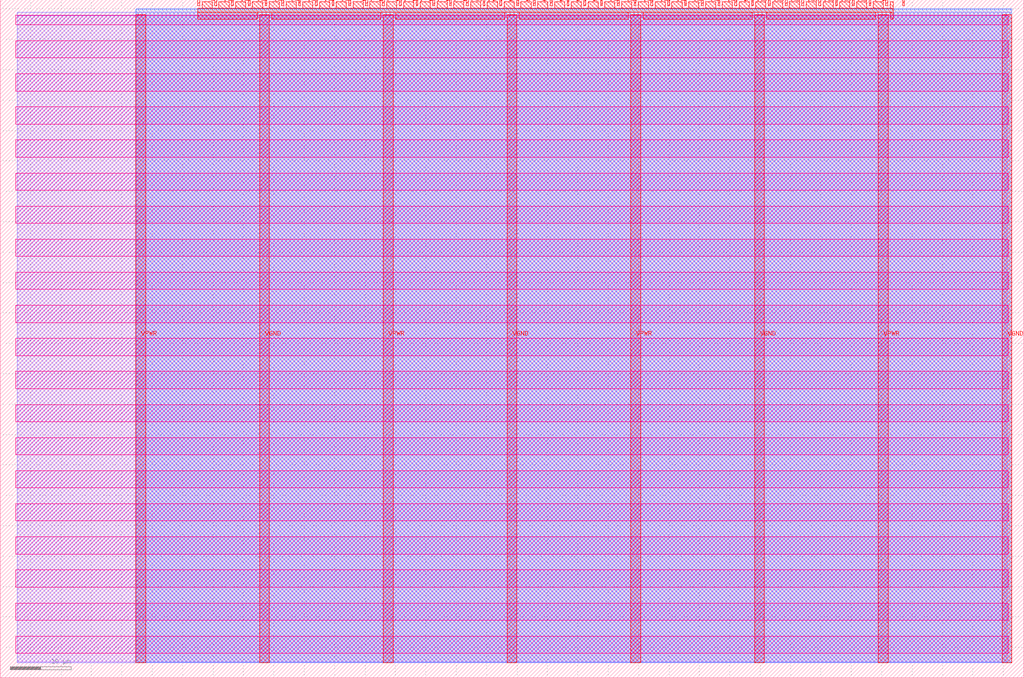
<source format=lef>
VERSION 5.7 ;
  NOWIREEXTENSIONATPIN ON ;
  DIVIDERCHAR "/" ;
  BUSBITCHARS "[]" ;
MACRO tt_um_GrayCounter_ariz207_dup
  CLASS BLOCK ;
  FOREIGN tt_um_GrayCounter_ariz207_dup ;
  ORIGIN 0.000 0.000 ;
  SIZE 168.360 BY 111.520 ;
  PIN VGND
    DIRECTION INOUT ;
    USE GROUND ;
    PORT
      LAYER met4 ;
        RECT 42.670 2.480 44.270 109.040 ;
    END
    PORT
      LAYER met4 ;
        RECT 83.380 2.480 84.980 109.040 ;
    END
    PORT
      LAYER met4 ;
        RECT 124.090 2.480 125.690 109.040 ;
    END
    PORT
      LAYER met4 ;
        RECT 164.800 2.480 166.400 109.040 ;
    END
  END VGND
  PIN VPWR
    DIRECTION INOUT ;
    USE POWER ;
    PORT
      LAYER met4 ;
        RECT 22.315 2.480 23.915 109.040 ;
    END
    PORT
      LAYER met4 ;
        RECT 63.025 2.480 64.625 109.040 ;
    END
    PORT
      LAYER met4 ;
        RECT 103.735 2.480 105.335 109.040 ;
    END
    PORT
      LAYER met4 ;
        RECT 144.445 2.480 146.045 109.040 ;
    END
  END VPWR
  PIN clk
    DIRECTION INPUT ;
    USE SIGNAL ;
    ANTENNAGATEAREA 0.852000 ;
    PORT
      LAYER met4 ;
        RECT 145.670 110.520 145.970 111.520 ;
    END
  END clk
  PIN ena
    DIRECTION INPUT ;
    USE SIGNAL ;
    PORT
      LAYER met4 ;
        RECT 148.430 110.520 148.730 111.520 ;
    END
  END ena
  PIN rst_n
    DIRECTION INPUT ;
    USE SIGNAL ;
    ANTENNAGATEAREA 0.213000 ;
    PORT
      LAYER met4 ;
        RECT 142.910 110.520 143.210 111.520 ;
    END
  END rst_n
  PIN ui_in[0]
    DIRECTION INPUT ;
    USE SIGNAL ;
    PORT
      LAYER met4 ;
        RECT 140.150 110.520 140.450 111.520 ;
    END
  END ui_in[0]
  PIN ui_in[1]
    DIRECTION INPUT ;
    USE SIGNAL ;
    PORT
      LAYER met4 ;
        RECT 137.390 110.520 137.690 111.520 ;
    END
  END ui_in[1]
  PIN ui_in[2]
    DIRECTION INPUT ;
    USE SIGNAL ;
    PORT
      LAYER met4 ;
        RECT 134.630 110.520 134.930 111.520 ;
    END
  END ui_in[2]
  PIN ui_in[3]
    DIRECTION INPUT ;
    USE SIGNAL ;
    PORT
      LAYER met4 ;
        RECT 131.870 110.520 132.170 111.520 ;
    END
  END ui_in[3]
  PIN ui_in[4]
    DIRECTION INPUT ;
    USE SIGNAL ;
    PORT
      LAYER met4 ;
        RECT 129.110 110.520 129.410 111.520 ;
    END
  END ui_in[4]
  PIN ui_in[5]
    DIRECTION INPUT ;
    USE SIGNAL ;
    PORT
      LAYER met4 ;
        RECT 126.350 110.520 126.650 111.520 ;
    END
  END ui_in[5]
  PIN ui_in[6]
    DIRECTION INPUT ;
    USE SIGNAL ;
    PORT
      LAYER met4 ;
        RECT 123.590 110.520 123.890 111.520 ;
    END
  END ui_in[6]
  PIN ui_in[7]
    DIRECTION INPUT ;
    USE SIGNAL ;
    PORT
      LAYER met4 ;
        RECT 120.830 110.520 121.130 111.520 ;
    END
  END ui_in[7]
  PIN uio_in[0]
    DIRECTION INPUT ;
    USE SIGNAL ;
    PORT
      LAYER met4 ;
        RECT 118.070 110.520 118.370 111.520 ;
    END
  END uio_in[0]
  PIN uio_in[1]
    DIRECTION INPUT ;
    USE SIGNAL ;
    PORT
      LAYER met4 ;
        RECT 115.310 110.520 115.610 111.520 ;
    END
  END uio_in[1]
  PIN uio_in[2]
    DIRECTION INPUT ;
    USE SIGNAL ;
    PORT
      LAYER met4 ;
        RECT 112.550 110.520 112.850 111.520 ;
    END
  END uio_in[2]
  PIN uio_in[3]
    DIRECTION INPUT ;
    USE SIGNAL ;
    PORT
      LAYER met4 ;
        RECT 109.790 110.520 110.090 111.520 ;
    END
  END uio_in[3]
  PIN uio_in[4]
    DIRECTION INPUT ;
    USE SIGNAL ;
    PORT
      LAYER met4 ;
        RECT 107.030 110.520 107.330 111.520 ;
    END
  END uio_in[4]
  PIN uio_in[5]
    DIRECTION INPUT ;
    USE SIGNAL ;
    PORT
      LAYER met4 ;
        RECT 104.270 110.520 104.570 111.520 ;
    END
  END uio_in[5]
  PIN uio_in[6]
    DIRECTION INPUT ;
    USE SIGNAL ;
    PORT
      LAYER met4 ;
        RECT 101.510 110.520 101.810 111.520 ;
    END
  END uio_in[6]
  PIN uio_in[7]
    DIRECTION INPUT ;
    USE SIGNAL ;
    PORT
      LAYER met4 ;
        RECT 98.750 110.520 99.050 111.520 ;
    END
  END uio_in[7]
  PIN uio_oe[0]
    DIRECTION OUTPUT TRISTATE ;
    USE SIGNAL ;
    PORT
      LAYER met4 ;
        RECT 51.830 110.520 52.130 111.520 ;
    END
  END uio_oe[0]
  PIN uio_oe[1]
    DIRECTION OUTPUT TRISTATE ;
    USE SIGNAL ;
    PORT
      LAYER met4 ;
        RECT 49.070 110.520 49.370 111.520 ;
    END
  END uio_oe[1]
  PIN uio_oe[2]
    DIRECTION OUTPUT TRISTATE ;
    USE SIGNAL ;
    PORT
      LAYER met4 ;
        RECT 46.310 110.520 46.610 111.520 ;
    END
  END uio_oe[2]
  PIN uio_oe[3]
    DIRECTION OUTPUT TRISTATE ;
    USE SIGNAL ;
    PORT
      LAYER met4 ;
        RECT 43.550 110.520 43.850 111.520 ;
    END
  END uio_oe[3]
  PIN uio_oe[4]
    DIRECTION OUTPUT TRISTATE ;
    USE SIGNAL ;
    PORT
      LAYER met4 ;
        RECT 40.790 110.520 41.090 111.520 ;
    END
  END uio_oe[4]
  PIN uio_oe[5]
    DIRECTION OUTPUT TRISTATE ;
    USE SIGNAL ;
    PORT
      LAYER met4 ;
        RECT 38.030 110.520 38.330 111.520 ;
    END
  END uio_oe[5]
  PIN uio_oe[6]
    DIRECTION OUTPUT TRISTATE ;
    USE SIGNAL ;
    PORT
      LAYER met4 ;
        RECT 35.270 110.520 35.570 111.520 ;
    END
  END uio_oe[6]
  PIN uio_oe[7]
    DIRECTION OUTPUT TRISTATE ;
    USE SIGNAL ;
    PORT
      LAYER met4 ;
        RECT 32.510 110.520 32.810 111.520 ;
    END
  END uio_oe[7]
  PIN uio_out[0]
    DIRECTION OUTPUT TRISTATE ;
    USE SIGNAL ;
    PORT
      LAYER met4 ;
        RECT 73.910 110.520 74.210 111.520 ;
    END
  END uio_out[0]
  PIN uio_out[1]
    DIRECTION OUTPUT TRISTATE ;
    USE SIGNAL ;
    PORT
      LAYER met4 ;
        RECT 71.150 110.520 71.450 111.520 ;
    END
  END uio_out[1]
  PIN uio_out[2]
    DIRECTION OUTPUT TRISTATE ;
    USE SIGNAL ;
    PORT
      LAYER met4 ;
        RECT 68.390 110.520 68.690 111.520 ;
    END
  END uio_out[2]
  PIN uio_out[3]
    DIRECTION OUTPUT TRISTATE ;
    USE SIGNAL ;
    PORT
      LAYER met4 ;
        RECT 65.630 110.520 65.930 111.520 ;
    END
  END uio_out[3]
  PIN uio_out[4]
    DIRECTION OUTPUT TRISTATE ;
    USE SIGNAL ;
    PORT
      LAYER met4 ;
        RECT 62.870 110.520 63.170 111.520 ;
    END
  END uio_out[4]
  PIN uio_out[5]
    DIRECTION OUTPUT TRISTATE ;
    USE SIGNAL ;
    PORT
      LAYER met4 ;
        RECT 60.110 110.520 60.410 111.520 ;
    END
  END uio_out[5]
  PIN uio_out[6]
    DIRECTION OUTPUT TRISTATE ;
    USE SIGNAL ;
    PORT
      LAYER met4 ;
        RECT 57.350 110.520 57.650 111.520 ;
    END
  END uio_out[6]
  PIN uio_out[7]
    DIRECTION OUTPUT TRISTATE ;
    USE SIGNAL ;
    PORT
      LAYER met4 ;
        RECT 54.590 110.520 54.890 111.520 ;
    END
  END uio_out[7]
  PIN uo_out[0]
    DIRECTION OUTPUT TRISTATE ;
    USE SIGNAL ;
    ANTENNADIFFAREA 0.891000 ;
    PORT
      LAYER met4 ;
        RECT 95.990 110.520 96.290 111.520 ;
    END
  END uo_out[0]
  PIN uo_out[1]
    DIRECTION OUTPUT TRISTATE ;
    USE SIGNAL ;
    ANTENNADIFFAREA 0.445500 ;
    PORT
      LAYER met4 ;
        RECT 93.230 110.520 93.530 111.520 ;
    END
  END uo_out[1]
  PIN uo_out[2]
    DIRECTION OUTPUT TRISTATE ;
    USE SIGNAL ;
    ANTENNADIFFAREA 0.445500 ;
    PORT
      LAYER met4 ;
        RECT 90.470 110.520 90.770 111.520 ;
    END
  END uo_out[2]
  PIN uo_out[3]
    DIRECTION OUTPUT TRISTATE ;
    USE SIGNAL ;
    ANTENNADIFFAREA 0.795200 ;
    PORT
      LAYER met4 ;
        RECT 87.710 110.520 88.010 111.520 ;
    END
  END uo_out[3]
  PIN uo_out[4]
    DIRECTION OUTPUT TRISTATE ;
    USE SIGNAL ;
    PORT
      LAYER met4 ;
        RECT 84.950 110.520 85.250 111.520 ;
    END
  END uo_out[4]
  PIN uo_out[5]
    DIRECTION OUTPUT TRISTATE ;
    USE SIGNAL ;
    PORT
      LAYER met4 ;
        RECT 82.190 110.520 82.490 111.520 ;
    END
  END uo_out[5]
  PIN uo_out[6]
    DIRECTION OUTPUT TRISTATE ;
    USE SIGNAL ;
    PORT
      LAYER met4 ;
        RECT 79.430 110.520 79.730 111.520 ;
    END
  END uo_out[6]
  PIN uo_out[7]
    DIRECTION OUTPUT TRISTATE ;
    USE SIGNAL ;
    PORT
      LAYER met4 ;
        RECT 76.670 110.520 76.970 111.520 ;
    END
  END uo_out[7]
  OBS
      LAYER nwell ;
        RECT 2.570 107.385 165.790 108.990 ;
        RECT 2.570 101.945 165.790 104.775 ;
        RECT 2.570 96.505 165.790 99.335 ;
        RECT 2.570 91.065 165.790 93.895 ;
        RECT 2.570 85.625 165.790 88.455 ;
        RECT 2.570 80.185 165.790 83.015 ;
        RECT 2.570 74.745 165.790 77.575 ;
        RECT 2.570 69.305 165.790 72.135 ;
        RECT 2.570 63.865 165.790 66.695 ;
        RECT 2.570 58.425 165.790 61.255 ;
        RECT 2.570 52.985 165.790 55.815 ;
        RECT 2.570 47.545 165.790 50.375 ;
        RECT 2.570 42.105 165.790 44.935 ;
        RECT 2.570 36.665 165.790 39.495 ;
        RECT 2.570 31.225 165.790 34.055 ;
        RECT 2.570 25.785 165.790 28.615 ;
        RECT 2.570 20.345 165.790 23.175 ;
        RECT 2.570 14.905 165.790 17.735 ;
        RECT 2.570 9.465 165.790 12.295 ;
        RECT 2.570 4.025 165.790 6.855 ;
      LAYER li1 ;
        RECT 2.760 2.635 165.600 108.885 ;
      LAYER met1 ;
        RECT 2.760 2.480 166.400 109.440 ;
      LAYER met2 ;
        RECT 22.345 2.535 166.370 110.005 ;
      LAYER met3 ;
        RECT 22.325 2.555 166.390 109.985 ;
      LAYER met4 ;
        RECT 33.210 110.120 34.870 111.170 ;
        RECT 35.970 110.120 37.630 111.170 ;
        RECT 38.730 110.120 40.390 111.170 ;
        RECT 41.490 110.120 43.150 111.170 ;
        RECT 44.250 110.120 45.910 111.170 ;
        RECT 47.010 110.120 48.670 111.170 ;
        RECT 49.770 110.120 51.430 111.170 ;
        RECT 52.530 110.120 54.190 111.170 ;
        RECT 55.290 110.120 56.950 111.170 ;
        RECT 58.050 110.120 59.710 111.170 ;
        RECT 60.810 110.120 62.470 111.170 ;
        RECT 63.570 110.120 65.230 111.170 ;
        RECT 66.330 110.120 67.990 111.170 ;
        RECT 69.090 110.120 70.750 111.170 ;
        RECT 71.850 110.120 73.510 111.170 ;
        RECT 74.610 110.120 76.270 111.170 ;
        RECT 77.370 110.120 79.030 111.170 ;
        RECT 80.130 110.120 81.790 111.170 ;
        RECT 82.890 110.120 84.550 111.170 ;
        RECT 85.650 110.120 87.310 111.170 ;
        RECT 88.410 110.120 90.070 111.170 ;
        RECT 91.170 110.120 92.830 111.170 ;
        RECT 93.930 110.120 95.590 111.170 ;
        RECT 96.690 110.120 98.350 111.170 ;
        RECT 99.450 110.120 101.110 111.170 ;
        RECT 102.210 110.120 103.870 111.170 ;
        RECT 104.970 110.120 106.630 111.170 ;
        RECT 107.730 110.120 109.390 111.170 ;
        RECT 110.490 110.120 112.150 111.170 ;
        RECT 113.250 110.120 114.910 111.170 ;
        RECT 116.010 110.120 117.670 111.170 ;
        RECT 118.770 110.120 120.430 111.170 ;
        RECT 121.530 110.120 123.190 111.170 ;
        RECT 124.290 110.120 125.950 111.170 ;
        RECT 127.050 110.120 128.710 111.170 ;
        RECT 129.810 110.120 131.470 111.170 ;
        RECT 132.570 110.120 134.230 111.170 ;
        RECT 135.330 110.120 136.990 111.170 ;
        RECT 138.090 110.120 139.750 111.170 ;
        RECT 140.850 110.120 142.510 111.170 ;
        RECT 143.610 110.120 145.270 111.170 ;
        RECT 146.370 110.120 146.905 111.170 ;
        RECT 32.495 109.440 146.905 110.120 ;
        RECT 32.495 108.295 42.270 109.440 ;
        RECT 44.670 108.295 62.625 109.440 ;
        RECT 65.025 108.295 82.980 109.440 ;
        RECT 85.380 108.295 103.335 109.440 ;
        RECT 105.735 108.295 123.690 109.440 ;
        RECT 126.090 108.295 144.045 109.440 ;
        RECT 146.445 108.295 146.905 109.440 ;
  END
END tt_um_GrayCounter_ariz207_dup
END LIBRARY


</source>
